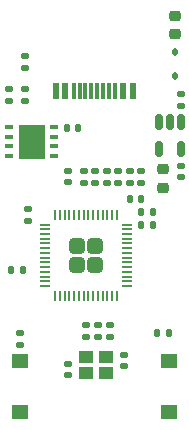
<source format=gbr>
%TF.GenerationSoftware,KiCad,Pcbnew,8.0.0*%
%TF.CreationDate,2024-02-27T23:55:06+02:00*%
%TF.ProjectId,my-rp2040,6d792d72-7032-4303-9430-2e6b69636164,rev?*%
%TF.SameCoordinates,PX555a960PY4fdec70*%
%TF.FileFunction,Paste,Top*%
%TF.FilePolarity,Positive*%
%FSLAX46Y46*%
G04 Gerber Fmt 4.6, Leading zero omitted, Abs format (unit mm)*
G04 Created by KiCad (PCBNEW 8.0.0) date 2024-02-27 23:55:06*
%MOMM*%
%LPD*%
G01*
G04 APERTURE LIST*
G04 Aperture macros list*
%AMRoundRect*
0 Rectangle with rounded corners*
0 $1 Rounding radius*
0 $2 $3 $4 $5 $6 $7 $8 $9 X,Y pos of 4 corners*
0 Add a 4 corners polygon primitive as box body*
4,1,4,$2,$3,$4,$5,$6,$7,$8,$9,$2,$3,0*
0 Add four circle primitives for the rounded corners*
1,1,$1+$1,$2,$3*
1,1,$1+$1,$4,$5*
1,1,$1+$1,$6,$7*
1,1,$1+$1,$8,$9*
0 Add four rect primitives between the rounded corners*
20,1,$1+$1,$2,$3,$4,$5,0*
20,1,$1+$1,$4,$5,$6,$7,0*
20,1,$1+$1,$6,$7,$8,$9,0*
20,1,$1+$1,$8,$9,$2,$3,0*%
G04 Aperture macros list end*
%ADD10RoundRect,0.150000X-0.150000X0.512500X-0.150000X-0.512500X0.150000X-0.512500X0.150000X0.512500X0*%
%ADD11RoundRect,0.140000X0.170000X-0.140000X0.170000X0.140000X-0.170000X0.140000X-0.170000X-0.140000X0*%
%ADD12RoundRect,0.135000X0.185000X-0.135000X0.185000X0.135000X-0.185000X0.135000X-0.185000X-0.135000X0*%
%ADD13RoundRect,0.140000X-0.170000X0.140000X-0.170000X-0.140000X0.170000X-0.140000X0.170000X0.140000X0*%
%ADD14RoundRect,0.135000X-0.185000X0.135000X-0.185000X-0.135000X0.185000X-0.135000X0.185000X0.135000X0*%
%ADD15RoundRect,0.249999X-0.395001X-0.395001X0.395001X-0.395001X0.395001X0.395001X-0.395001X0.395001X0*%
%ADD16RoundRect,0.050000X-0.387500X-0.050000X0.387500X-0.050000X0.387500X0.050000X-0.387500X0.050000X0*%
%ADD17RoundRect,0.050000X-0.050000X-0.387500X0.050000X-0.387500X0.050000X0.387500X-0.050000X0.387500X0*%
%ADD18RoundRect,0.135000X0.135000X0.185000X-0.135000X0.185000X-0.135000X-0.185000X0.135000X-0.185000X0*%
%ADD19RoundRect,0.218750X-0.256250X0.218750X-0.256250X-0.218750X0.256250X-0.218750X0.256250X0.218750X0*%
%ADD20RoundRect,0.218750X0.256250X-0.218750X0.256250X0.218750X-0.256250X0.218750X-0.256250X-0.218750X0*%
%ADD21R,1.360000X1.230000*%
%ADD22RoundRect,0.112500X0.112500X-0.187500X0.112500X0.187500X-0.112500X0.187500X-0.112500X-0.187500X0*%
%ADD23RoundRect,0.140000X-0.140000X-0.170000X0.140000X-0.170000X0.140000X0.170000X-0.140000X0.170000X0*%
%ADD24R,0.800000X0.400000*%
%ADD25R,2.300000X3.000000*%
%ADD26R,0.600000X1.450000*%
%ADD27R,0.300000X1.450000*%
%ADD28R,1.150000X1.000000*%
%ADD29RoundRect,0.140000X0.140000X0.170000X-0.140000X0.170000X-0.140000X-0.170000X0.140000X-0.170000X0*%
G04 APERTURE END LIST*
D10*
%TO.C,U1*%
X19350000Y25850000D03*
X18400000Y25850000D03*
X17450000Y25850000D03*
X17450000Y23575000D03*
X19350000Y23575000D03*
%TD*%
D11*
%TO.C,C1*%
X19350000Y27270000D03*
X19350000Y28230000D03*
%TD*%
%TO.C,C15*%
X9770000Y4470000D03*
X9770000Y5430000D03*
%TD*%
%TO.C,C16*%
X14490000Y5240000D03*
X14490000Y6200000D03*
%TD*%
D12*
%TO.C,R6*%
X4800000Y27700000D03*
X4800000Y28720000D03*
%TD*%
D13*
%TO.C,C2*%
X19350000Y22150000D03*
X19350000Y21190000D03*
%TD*%
D14*
%TO.C,R1*%
X6100000Y31460000D03*
X6100000Y30440000D03*
%TD*%
D12*
%TO.C,R4*%
X15980000Y20700000D03*
X15980000Y21720000D03*
%TD*%
D15*
%TO.C,U3*%
X10500000Y15400000D03*
X10500000Y13800000D03*
X12100000Y15400000D03*
X12100000Y13800000D03*
D16*
X7862500Y17200000D03*
X7862500Y16800000D03*
X7862500Y16400000D03*
X7862500Y16000000D03*
X7862500Y15600000D03*
X7862500Y15200000D03*
X7862500Y14800000D03*
X7862500Y14400000D03*
X7862500Y14000000D03*
X7862500Y13600000D03*
X7862500Y13200000D03*
X7862500Y12800000D03*
X7862500Y12400000D03*
X7862500Y12000000D03*
D17*
X8700000Y11162500D03*
X9100000Y11162500D03*
X9500000Y11162500D03*
X9900000Y11162500D03*
X10300000Y11162500D03*
X10700000Y11162500D03*
X11100000Y11162500D03*
X11500000Y11162500D03*
X11900000Y11162500D03*
X12300000Y11162500D03*
X12700000Y11162500D03*
X13100000Y11162500D03*
X13500000Y11162500D03*
X13900000Y11162500D03*
D16*
X14737500Y12000000D03*
X14737500Y12400000D03*
X14737500Y12800000D03*
X14737500Y13200000D03*
X14737500Y13600000D03*
X14737500Y14000000D03*
X14737500Y14400000D03*
X14737500Y14800000D03*
X14737500Y15200000D03*
X14737500Y15600000D03*
X14737500Y16000000D03*
X14737500Y16400000D03*
X14737500Y16800000D03*
X14737500Y17200000D03*
D17*
X13900000Y18037500D03*
X13500000Y18037500D03*
X13100000Y18037500D03*
X12700000Y18037500D03*
X12300000Y18037500D03*
X11900000Y18037500D03*
X11500000Y18037500D03*
X11100000Y18037500D03*
X10700000Y18037500D03*
X10300000Y18037500D03*
X9900000Y18037500D03*
X9500000Y18037500D03*
X9100000Y18037500D03*
X8700000Y18037500D03*
%TD*%
D12*
%TO.C,R2*%
X6100000Y27690000D03*
X6100000Y28710000D03*
%TD*%
D18*
%TO.C,R5*%
X18290000Y7980000D03*
X17270000Y7980000D03*
%TD*%
D13*
%TO.C,C10*%
X6410000Y18490000D03*
X6410000Y17530000D03*
%TD*%
D19*
%TO.C,F1*%
X18800000Y34887500D03*
X18800000Y33312500D03*
%TD*%
D13*
%TO.C,C8*%
X12083332Y21700000D03*
X12083332Y20740000D03*
%TD*%
D20*
%TO.C,D2*%
X17820000Y20302500D03*
X17820000Y21877500D03*
%TD*%
D21*
%TO.C,SW1*%
X18300000Y5650000D03*
X18300000Y1290000D03*
%TD*%
D22*
%TO.C,D1*%
X18800000Y29750000D03*
X18800000Y31850000D03*
%TD*%
D23*
%TO.C,C11*%
X4990000Y13330000D03*
X5950000Y13330000D03*
%TD*%
D14*
%TO.C,R9*%
X11300000Y8680000D03*
X11300000Y7660000D03*
%TD*%
D21*
%TO.C,SW2*%
X5740000Y5650000D03*
X5740000Y1290000D03*
%TD*%
D23*
%TO.C,C14*%
X9660000Y25400000D03*
X10620000Y25400000D03*
%TD*%
D14*
%TO.C,R3*%
X5730000Y8000000D03*
X5730000Y6980000D03*
%TD*%
D24*
%TO.C,U2*%
X4800000Y25425000D03*
X4800000Y24625000D03*
X4800000Y23825000D03*
X4800000Y23025000D03*
X8600000Y23025000D03*
X8600000Y23825000D03*
X8600000Y24625000D03*
X8600000Y25425000D03*
D25*
X6700000Y24225000D03*
%TD*%
D13*
%TO.C,C9*%
X11116666Y21700000D03*
X11116666Y20740000D03*
%TD*%
D26*
%TO.C,J1*%
X15250000Y28515000D03*
X14450000Y28515000D03*
D27*
X13250000Y28515000D03*
X12250000Y28515000D03*
X11750000Y28515000D03*
X10750000Y28515000D03*
D26*
X9550000Y28515000D03*
X8750000Y28515000D03*
X8750000Y28515000D03*
X9550000Y28515000D03*
D27*
X10250000Y28515000D03*
X11250000Y28515000D03*
X12750000Y28515000D03*
X13750000Y28515000D03*
D26*
X14450000Y28515000D03*
X15250000Y28515000D03*
%TD*%
D11*
%TO.C,C12*%
X12310000Y7710000D03*
X12310000Y8670000D03*
%TD*%
D14*
%TO.C,R7*%
X13049998Y21710000D03*
X13049998Y20690000D03*
%TD*%
D11*
%TO.C,C4*%
X13300000Y7710000D03*
X13300000Y8670000D03*
%TD*%
D28*
%TO.C,Y1*%
X13020000Y6020000D03*
X11270000Y6020000D03*
X11270000Y4620000D03*
X13020000Y4620000D03*
%TD*%
D13*
%TO.C,C3*%
X9790000Y21740000D03*
X9790000Y20780000D03*
%TD*%
D29*
%TO.C,C7*%
X16930000Y18250000D03*
X15970000Y18250000D03*
%TD*%
D13*
%TO.C,C5*%
X14983330Y21700000D03*
X14983330Y20740000D03*
%TD*%
D29*
%TO.C,C13*%
X16930000Y17200000D03*
X15970000Y17200000D03*
%TD*%
%TO.C,C6*%
X15960000Y19350000D03*
X15000000Y19350000D03*
%TD*%
D14*
%TO.C,R8*%
X14016664Y21710000D03*
X14016664Y20690000D03*
%TD*%
M02*

</source>
